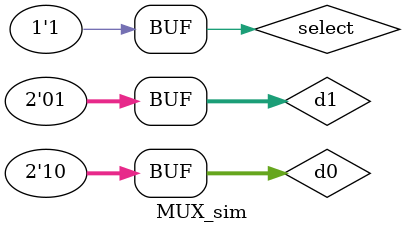
<source format=v>
`timescale 1ns / 1ps


module MUX_sim(

    );
    reg [1:0] d0;
    reg [1:0] d1;
    reg select;
    wire [1:0]out;
    MUX MUX1(
    .d0(d0),
    .d1(d1),
    .select(select),
    .out(out)
    
    );
    
initial
begin
    d0=2'b10;
    d1=2'b01;
    select=0;
    #500;
    select=1;
    #500;

end
endmodule

</source>
